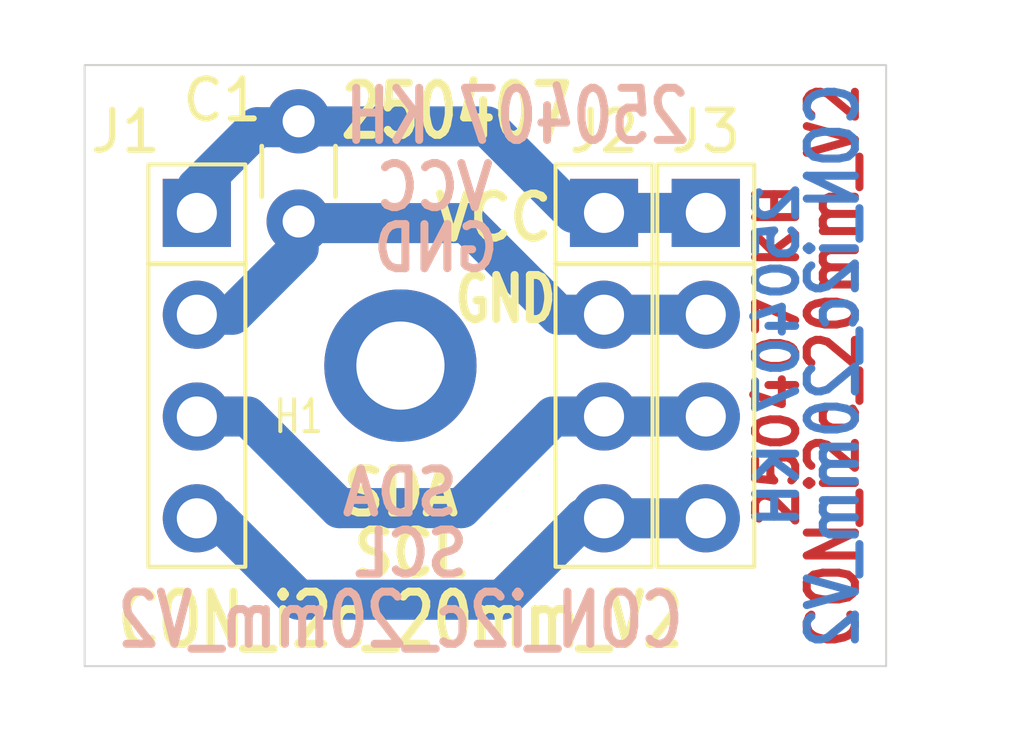
<source format=kicad_pcb>
(kicad_pcb (version 20240108) (generator "pcbnew") (generator_version "8.0")
  (layers (0 "F.Cu" signal) (31 "B.Cu" signal) (34 "B.Paste" user) (35 "F.Paste" user) (36 "B.SilkS" user "B.Silkscreen") (37 "F.SilkS" user "F.Silkscreen") (38 "B.Mask" user) (39 "F.Mask" user) (44 "Edge.Cuts" user))
  (net 0 "")
  (net 1 "/VCC")
  (net 2 "/GND")
  (net 3 "/SDA")
  (net 4 "/SCL")
  (footprint "_kh_library:PinSocket_1x04_P2.54mm_Vertical_kh" (layer "F.Cu") (at 63.5 50.8)
    (property "Reference" "J3" (at 0 -2.032 0) (layer "F.SilkS"))
    (property "Value" "Conn_01x04_Pin")
    (fp_line (start -1.21 1.27) (end 1.21 1.27) (stroke (width 0.12)) (layer "F.SilkS"))
    (fp_rect (start -1.21 -1.21) (end 1.21 8.83) (stroke (width 0.1)) (fill none) (layer "F.SilkS"))
    (pad "1" thru_hole rect (at 0 0) (size 1.7 1.7) (drill 1) (layers "*.Cu" "*.Mask") (net 1 "/VCC"))
    (pad "2" thru_hole oval (at 0 2.54) (size 1.7 1.7) (drill 1) (layers "*.Cu" "*.Mask") (net 2 "/GND"))
    (pad "3" thru_hole oval (at 0 5.08) (size 1.7 1.7) (drill 1) (layers "*.Cu" "*.Mask") (net 3 "/SDA"))
    (pad "4" thru_hole oval (at 0 7.62) (size 1.7 1.7) (drill 1) (layers "*.Cu" "*.Mask") (net 4 "/SCL"))
  )
  (footprint "_kh_library:MountingHole_2.2mm_M2_Pad_TopBottom_kh" (layer "F.Cu") (at 55.88 54.61)
    (property "Reference" "H1" (at -2.54 1.27 0) (layer "F.SilkS") (effects (font (size 0.8 0.6) (thickness 0.1))))
    (property "Value" "MountingHole")
    (pad "1" thru_hole circle (at 0 0) (size 2.6 2.6) (drill 2.2) (layers "*.Cu" "*.Mask"))
    (pad "1" connect circle (at 0 0) (size 3.8 3.8) (layers "F.Cu" "F.Mask"))
    (pad "1" connect circle (at 0 0) (size 3.8 3.8) (layers "B.Cu" "B.Mask"))
  )
  (footprint "_kh_library:PinSocket_1x04_P2.54mm_Vertical_kh" (layer "F.Cu") (at 60.96 50.8)
    (property "Reference" "J2" (at 0 -2.032 0) (layer "F.SilkS"))
    (property "Value" "Conn_01x04_Socket")
    (fp_line (start -1.21 1.27) (end 1.21 1.27) (stroke (width 0.12)) (layer "F.SilkS"))
    (fp_rect (start -1.21 -1.21) (end 1.21 8.83) (stroke (width 0.1)) (fill none) (layer "F.SilkS"))
    (pad "1" thru_hole rect (at 0 0) (size 1.7 1.7) (drill 1) (layers "*.Cu" "*.Mask") (net 1 "/VCC"))
    (pad "2" thru_hole oval (at 0 2.54) (size 1.7 1.7) (drill 1) (layers "*.Cu" "*.Mask") (net 2 "/GND"))
    (pad "3" thru_hole oval (at 0 5.08) (size 1.7 1.7) (drill 1) (layers "*.Cu" "*.Mask") (net 3 "/SDA"))
    (pad "4" thru_hole oval (at 0 7.62) (size 1.7 1.7) (drill 1) (layers "*.Cu" "*.Mask") (net 4 "/SCL"))
  )
  (footprint "Capacitor_THT:C_Disc_D3.0mm_W1.6mm_P2.50mm" (layer "F.Cu") (at 53.34 48.514 -90)
    (property "Reference" "C1" (at -0.528 1.905 180) (layer "F.SilkS"))
    (property "Value" "100nF")
    (fp_line (start 0.621 0.92) (end 1.879 0.92) (stroke (width 0.12)) (layer "F.SilkS"))
    (fp_line (start 0.621 -0.92) (end 1.879 -0.92) (stroke (width 0.12)) (layer "F.SilkS"))
    (pad "1" thru_hole circle (at 0 0 270) (size 1.6 1.6) (drill 0.8) (layers "*.Cu" "*.Mask") (net 1 "/VCC"))
    (pad "2" thru_hole circle (at 2.5 0 270) (size 1.6 1.6) (drill 0.8) (layers "*.Cu" "*.Mask") (net 2 "/GND"))
  )
  (footprint "_kh_library:PinSocket_1x04_P2.54mm_Vertical_kh" (layer "F.Cu") (at 50.8 50.8)
    (property "Reference" "J1" (at -1.778 -2.032 0) (layer "F.SilkS"))
    (property "Value" "Conn_01x04_Pin")
    (fp_line (start -1.21 1.27) (end 1.21 1.27) (stroke (width 0.12)) (layer "F.SilkS"))
    (fp_rect (start -1.21 -1.21) (end 1.21 8.83) (stroke (width 0.1)) (fill none) (layer "F.SilkS"))
    (pad "1" thru_hole rect (at 0 0) (size 1.7 1.7) (drill 1) (layers "*.Cu" "*.Mask") (net 1 "/VCC"))
    (pad "2" thru_hole oval (at 0 2.54) (size 1.7 1.7) (drill 1) (layers "*.Cu" "*.Mask") (net 2 "/GND"))
    (pad "3" thru_hole oval (at 0 5.08) (size 1.7 1.7) (drill 1) (layers "*.Cu" "*.Mask") (net 3 "/SDA"))
    (pad "4" thru_hole oval (at 0 7.62) (size 1.7 1.7) (drill 1) (layers "*.Cu" "*.Mask") (net 4 "/SCL"))
  )
  (gr_rect (start 48 47.11) (end 68 62.11) (stroke (width 0.05)) (fill none) (layer "Edge.Cuts"))
  (gr_text "CON_i2c_20mm_V2" (at 66.675 54.61 90) (layer "F.Cu") (effects (font (size 1.2 1) (thickness 0.2) (bold yes))))
  (gr_text "250407 KH" (at 65.278 54.356 90) (layer "F.Cu") (effects (font (size 1 1) (thickness 0.2) (bold yes))))
  (gr_text "CON_i2c_20mm_V2" (at 66.675 54.61 90) (layer "B.Cu") (effects (font (size 1.2 1) (thickness 0.2) (bold yes)) (justify mirror)))
  (gr_text "250407 KH" (at 65.278 54.356 90) (layer "B.Cu") (effects (font (size 1 1) (thickness 0.2) (bold yes)) (justify mirror)))
  (gr_text "SDA" (at 57.404 58.42 0) (layer "B.SilkS") (effects (font (size 1.1 1) (thickness 0.2) (bold yes)) (justify left bottom mirror)))
  (gr_text "SCL" (at 57.658 59.944 0) (layer "B.SilkS") (effects (font (size 1.1 1) (thickness 0.2) (bold yes)) (justify left bottom mirror)))
  (gr_text "GND" (at 58.42 52.324 0) (layer "B.SilkS") (effects (font (size 1.1 1) (thickness 0.2) (bold yes)) (justify left bottom mirror)))
  (gr_text "250407 KH" (at 58.801 48.387 0) (layer "B.SilkS") (effects (font (size 1.3 1) (thickness 0.2) (bold yes)) (justify mirror)))
  (gr_text "CON_i2c_20mm_V2" (at 55.88 60.96 0) (layer "B.SilkS") (effects (font (size 1.3 1) (thickness 0.2) (bold yes)) (justify mirror)))
  (gr_text "VCC" (at 58.293 50.8 0) (layer "B.SilkS") (effects (font (size 1.1 1) (thickness 0.2) (bold yes)) (justify left bottom mirror)))
  (gr_text "SDA" (at 54.356 58.42 0) (layer "F.SilkS") (effects (font (size 1.1 1) (thickness 0.2) (bold yes)) (justify left bottom)))
  (gr_text "SCL" (at 54.61 59.944 0) (layer "F.SilkS") (effects (font (size 1.1 1) (thickness 0.2) (bold yes)) (justify left bottom)))
  (gr_text "VCC" (at 56.642 51.562 0) (layer "F.SilkS") (effects (font (size 1.1 1) (thickness 0.2) (bold yes)) (justify left bottom)))
  (gr_text "CON_i2c_20mm_V2" (at 55.88 60.96 0) (layer "F.SilkS") (effects (font (size 1.3 1) (thickness 0.2) (bold yes))))
  (gr_text "GND" (at 57.15 53.594 0) (layer "F.SilkS") (effects (font (size 1.1 0.8) (thickness 0.2) (bold yes)) (justify left bottom)))
  (gr_text "250407" (at 57.277 48.26 0) (layer "F.SilkS") (effects (font (size 1.3 1) (thickness 0.2) (bold yes))))
  (segment (start 60.198 50.8) (end 60.96 50.8) (width 1) (layer "B.Cu") (net 1))
  (segment (start 58.039 48.641) (end 60.198 50.8) (width 1) (layer "B.Cu") (net 1))
  (segment (start 52.304 48.661) (end 53.193 48.661) (width 1) (layer "B.Cu") (net 1))
  (segment (start 53.467 48.641) (end 58.039 48.641) (width 1) (layer "B.Cu") (net 1))
  (segment (start 60.96 50.8) (end 63.5 50.8) (width 1) (layer "B.Cu") (net 1))
  (segment (start 50.8 50.165) (end 50.8 50.8) (width 1) (layer "B.Cu") (net 1))
  (segment (start 52.304 48.661) (end 50.8 50.165) (width 1) (layer "B.Cu") (net 1))
  (segment (start 60.96 53.34) (end 63.5 53.34) (width 1) (layer "B.Cu") (net 2))
  (segment (start 53.34 50.76) (end 53.34 51.689) (width 1) (layer "B.Cu") (net 2))
  (segment (start 57.531 51.054) (end 53.38 51.054) (width 1) (layer "B.Cu") (net 2))
  (segment (start 59.817 53.34) (end 57.531 51.054) (width 1) (layer "B.Cu") (net 2))
  (segment (start 51.689 53.34) (end 50.8 53.34) (width 1) (layer "B.Cu") (net 2))
  (segment (start 53.34 51.689) (end 51.689 53.34) (width 1) (layer "B.Cu") (net 2))
  (segment (start 60.96 53.34) (end 59.817 53.34) (width 1) (layer "B.Cu") (net 2))
  (segment (start 57.404 58.166) (end 54.356 58.166) (width 1) (layer "B.Cu") (net 3))
  (segment (start 54.356 58.166) (end 52.07 55.88) (width 1) (layer "B.Cu") (net 3))
  (segment (start 52.07 55.88) (end 50.8 55.88) (width 1) (layer "B.Cu") (net 3))
  (segment (start 59.69 55.88) (end 57.404 58.166) (width 1) (layer "B.Cu") (net 3))
  (segment (start 60.96 55.88) (end 59.69 55.88) (width 1) (layer "B.Cu") (net 3))
  (segment (start 60.96 55.88) (end 63.5 55.88) (width 1) (layer "B.Cu") (net 3))
  (segment (start 58.42 60.452) (end 60.452 58.42) (width 1) (layer "B.Cu") (net 4))
  (segment (start 50.8 58.42) (end 51.308 58.42) (width 1) (layer "B.Cu") (net 4))
  (segment (start 53.34 60.452) (end 58.42 60.452) (width 1) (layer "B.Cu") (net 4))
  (segment (start 60.452 58.42) (end 60.96 58.42) (width 1) (layer "B.Cu") (net 4))
  (segment (start 51.308 58.42) (end 53.34 60.452) (width 1) (layer "B.Cu") (net 4))
  (segment (start 60.96 58.42) (end 63.5 58.42) (width 1) (layer "B.Cu") (net 4))
)
</source>
